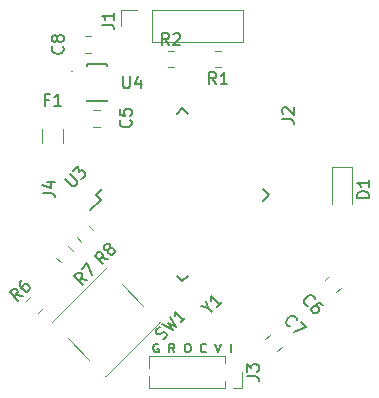
<source format=gbr>
%TF.GenerationSoftware,KiCad,Pcbnew,(5.1.6)-1*%
%TF.CreationDate,2020-09-15T00:55:32-05:00*%
%TF.ProjectId,nrg-control-box,6e72672d-636f-46e7-9472-6f6c2d626f78,B*%
%TF.SameCoordinates,Original*%
%TF.FileFunction,Legend,Top*%
%TF.FilePolarity,Positive*%
%FSLAX46Y46*%
G04 Gerber Fmt 4.6, Leading zero omitted, Abs format (unit mm)*
G04 Created by KiCad (PCBNEW (5.1.6)-1) date 2020-09-15 00:55:32*
%MOMM*%
%LPD*%
G01*
G04 APERTURE LIST*
%ADD10C,0.150000*%
%ADD11C,0.120000*%
%ADD12C,0.200000*%
%ADD13C,0.127000*%
G04 APERTURE END LIST*
D10*
X140725000Y-120625000D02*
X140653571Y-120589285D01*
X140546428Y-120589285D01*
X140439285Y-120625000D01*
X140367857Y-120696428D01*
X140332142Y-120767857D01*
X140296428Y-120910714D01*
X140296428Y-121017857D01*
X140332142Y-121160714D01*
X140367857Y-121232142D01*
X140439285Y-121303571D01*
X140546428Y-121339285D01*
X140617857Y-121339285D01*
X140725000Y-121303571D01*
X140760714Y-121267857D01*
X140760714Y-121017857D01*
X140617857Y-121017857D01*
X142082142Y-121339285D02*
X141832142Y-120982142D01*
X141653571Y-121339285D02*
X141653571Y-120589285D01*
X141939285Y-120589285D01*
X142010714Y-120625000D01*
X142046428Y-120660714D01*
X142082142Y-120732142D01*
X142082142Y-120839285D01*
X142046428Y-120910714D01*
X142010714Y-120946428D01*
X141939285Y-120982142D01*
X141653571Y-120982142D01*
X143117857Y-120589285D02*
X143260714Y-120589285D01*
X143332142Y-120625000D01*
X143403571Y-120696428D01*
X143439285Y-120839285D01*
X143439285Y-121089285D01*
X143403571Y-121232142D01*
X143332142Y-121303571D01*
X143260714Y-121339285D01*
X143117857Y-121339285D01*
X143046428Y-121303571D01*
X142975000Y-121232142D01*
X142939285Y-121089285D01*
X142939285Y-120839285D01*
X142975000Y-120696428D01*
X143046428Y-120625000D01*
X143117857Y-120589285D01*
X144760714Y-121267857D02*
X144725000Y-121303571D01*
X144617857Y-121339285D01*
X144546428Y-121339285D01*
X144439285Y-121303571D01*
X144367857Y-121232142D01*
X144332142Y-121160714D01*
X144296428Y-121017857D01*
X144296428Y-120910714D01*
X144332142Y-120767857D01*
X144367857Y-120696428D01*
X144439285Y-120625000D01*
X144546428Y-120589285D01*
X144617857Y-120589285D01*
X144725000Y-120625000D01*
X144760714Y-120660714D01*
X145546428Y-120589285D02*
X145796428Y-121339285D01*
X146046428Y-120589285D01*
X146867857Y-121339285D02*
X146867857Y-120589285D01*
D11*
%TO.C,C5*%
X135213748Y-102210000D02*
X135736252Y-102210000D01*
X135213748Y-100790000D02*
X135736252Y-100790000D01*
%TO.C,C6*%
X155792097Y-116211995D02*
X156161563Y-115842529D01*
X154788005Y-115207903D02*
X155157471Y-114838437D01*
%TO.C,C7*%
X149788005Y-120207903D02*
X150157471Y-119838437D01*
X150792097Y-121211995D02*
X151161563Y-120842529D01*
%TO.C,C8*%
X135036252Y-95960000D02*
X134513748Y-95960000D01*
X135036252Y-94540000D02*
X134513748Y-94540000D01*
%TO.C,F1*%
X130840000Y-102410436D02*
X130840000Y-103614564D01*
X132660000Y-102410436D02*
X132660000Y-103614564D01*
%TO.C,J3*%
X147760000Y-123000000D02*
X147760000Y-124330000D01*
X147760000Y-124330000D02*
X147000000Y-124330000D01*
X146365000Y-124330000D02*
X139955000Y-124330000D01*
X139955000Y-123307530D02*
X139955000Y-124330000D01*
X139955000Y-121670000D02*
X139955000Y-122692470D01*
X146365000Y-121670000D02*
X139955000Y-121670000D01*
X146365000Y-123760000D02*
X146365000Y-124330000D01*
X146365000Y-121670000D02*
X146365000Y-122240000D01*
%TO.C,R1*%
X146036252Y-97210000D02*
X145513748Y-97210000D01*
X146036252Y-95790000D02*
X145513748Y-95790000D01*
%TO.C,R2*%
X141513748Y-95790000D02*
X142036252Y-95790000D01*
X141513748Y-97210000D02*
X142036252Y-97210000D01*
%TO.C,R6*%
X129538005Y-116957903D02*
X129907471Y-116588437D01*
X130542097Y-117961995D02*
X130911563Y-117592529D01*
%TO.C,R7*%
X133461995Y-112707903D02*
X133092529Y-112338437D01*
X132457903Y-113711995D02*
X132088437Y-113342529D01*
%TO.C,R8*%
X133838437Y-111592529D02*
X134207903Y-111961995D01*
X134842529Y-110588437D02*
X135211995Y-110957903D01*
%TO.C,SW1*%
X136250000Y-114182090D02*
X131682090Y-118750000D01*
X139453194Y-117385284D02*
X137614716Y-115546806D01*
X140817910Y-118750000D02*
X136250000Y-123317910D01*
X134885284Y-121953194D02*
X133046806Y-120114716D01*
X140796697Y-118728787D02*
X140817910Y-118750000D01*
X136250000Y-114182090D02*
X136271213Y-114203303D01*
X131682090Y-118750000D02*
X131703303Y-118771213D01*
X136250000Y-123317910D02*
X136228787Y-123296697D01*
D10*
%TO.C,U3*%
X135838031Y-108406586D02*
X134936470Y-109308148D01*
X142750000Y-100681445D02*
X142272703Y-101158742D01*
X150068555Y-108000000D02*
X149591258Y-108477297D01*
X142750000Y-115318555D02*
X143227297Y-114841258D01*
X135431445Y-108000000D02*
X135908742Y-107522703D01*
X142750000Y-115318555D02*
X142272703Y-114841258D01*
X150068555Y-108000000D02*
X149591258Y-107522703D01*
X142750000Y-100681445D02*
X143227297Y-101158742D01*
X135431445Y-108000000D02*
X135838031Y-108406586D01*
D12*
%TO.C,U4*%
X133392812Y-97550000D02*
G75*
G03*
X133392812Y-97550000I-61812J0D01*
G01*
D13*
X134650000Y-96950000D02*
X134650000Y-97050000D01*
X136350000Y-96950000D02*
X136350000Y-97050000D01*
X136350000Y-100050000D02*
X136350000Y-99950000D01*
X134650000Y-100050000D02*
X134650000Y-99950000D01*
X136350000Y-100050000D02*
X134650000Y-100050000D01*
X136350000Y-96950000D02*
X134650000Y-96950000D01*
D11*
%TO.C,J1*%
X137570000Y-93700000D02*
X137570000Y-92370000D01*
X137570000Y-92370000D02*
X138900000Y-92370000D01*
X140170000Y-92370000D02*
X147850000Y-92370000D01*
X147850000Y-95030000D02*
X147850000Y-92370000D01*
X140170000Y-95030000D02*
X147850000Y-95030000D01*
X140170000Y-95030000D02*
X140170000Y-92370000D01*
%TO.C,D1*%
X157100000Y-105600000D02*
X155400000Y-105600000D01*
X155400000Y-105600000D02*
X155400000Y-108750000D01*
X157100000Y-105600000D02*
X157100000Y-108750000D01*
%TO.C,C5*%
D10*
X138357142Y-101666666D02*
X138404761Y-101714285D01*
X138452380Y-101857142D01*
X138452380Y-101952380D01*
X138404761Y-102095238D01*
X138309523Y-102190476D01*
X138214285Y-102238095D01*
X138023809Y-102285714D01*
X137880952Y-102285714D01*
X137690476Y-102238095D01*
X137595238Y-102190476D01*
X137500000Y-102095238D01*
X137452380Y-101952380D01*
X137452380Y-101857142D01*
X137500000Y-101714285D01*
X137547619Y-101666666D01*
X137452380Y-100761904D02*
X137452380Y-101238095D01*
X137928571Y-101285714D01*
X137880952Y-101238095D01*
X137833333Y-101142857D01*
X137833333Y-100904761D01*
X137880952Y-100809523D01*
X137928571Y-100761904D01*
X138023809Y-100714285D01*
X138261904Y-100714285D01*
X138357142Y-100761904D01*
X138404761Y-100809523D01*
X138452380Y-100904761D01*
X138452380Y-101142857D01*
X138404761Y-101238095D01*
X138357142Y-101285714D01*
%TO.C,C6*%
X153379610Y-117384687D02*
X153312267Y-117384687D01*
X153177580Y-117317343D01*
X153110236Y-117250000D01*
X153042893Y-117115312D01*
X153042893Y-116980625D01*
X153076564Y-116879610D01*
X153177580Y-116711251D01*
X153278595Y-116610236D01*
X153446954Y-116509221D01*
X153547969Y-116475549D01*
X153682656Y-116475549D01*
X153817343Y-116542893D01*
X153884687Y-116610236D01*
X153952030Y-116744923D01*
X153952030Y-116812267D01*
X154625465Y-117351015D02*
X154490778Y-117216328D01*
X154389763Y-117182656D01*
X154322419Y-117182656D01*
X154154061Y-117216328D01*
X153985702Y-117317343D01*
X153716328Y-117586717D01*
X153682656Y-117687732D01*
X153682656Y-117755076D01*
X153716328Y-117856091D01*
X153851015Y-117990778D01*
X153952030Y-118024450D01*
X154019374Y-118024450D01*
X154120389Y-117990778D01*
X154288748Y-117822419D01*
X154322419Y-117721404D01*
X154322419Y-117654061D01*
X154288748Y-117553045D01*
X154154061Y-117418358D01*
X154053045Y-117384687D01*
X153985702Y-117384687D01*
X153884687Y-117418358D01*
%TO.C,C7*%
X151879610Y-119134687D02*
X151812267Y-119134687D01*
X151677580Y-119067343D01*
X151610236Y-119000000D01*
X151542893Y-118865312D01*
X151542893Y-118730625D01*
X151576564Y-118629610D01*
X151677580Y-118461251D01*
X151778595Y-118360236D01*
X151946954Y-118259221D01*
X152047969Y-118225549D01*
X152182656Y-118225549D01*
X152317343Y-118292893D01*
X152384687Y-118360236D01*
X152452030Y-118494923D01*
X152452030Y-118562267D01*
X152755076Y-118730625D02*
X153226480Y-119202030D01*
X152216328Y-119606091D01*
%TO.C,C8*%
X132607142Y-95416666D02*
X132654761Y-95464285D01*
X132702380Y-95607142D01*
X132702380Y-95702380D01*
X132654761Y-95845238D01*
X132559523Y-95940476D01*
X132464285Y-95988095D01*
X132273809Y-96035714D01*
X132130952Y-96035714D01*
X131940476Y-95988095D01*
X131845238Y-95940476D01*
X131750000Y-95845238D01*
X131702380Y-95702380D01*
X131702380Y-95607142D01*
X131750000Y-95464285D01*
X131797619Y-95416666D01*
X132130952Y-94845238D02*
X132083333Y-94940476D01*
X132035714Y-94988095D01*
X131940476Y-95035714D01*
X131892857Y-95035714D01*
X131797619Y-94988095D01*
X131750000Y-94940476D01*
X131702380Y-94845238D01*
X131702380Y-94654761D01*
X131750000Y-94559523D01*
X131797619Y-94511904D01*
X131892857Y-94464285D01*
X131940476Y-94464285D01*
X132035714Y-94511904D01*
X132083333Y-94559523D01*
X132130952Y-94654761D01*
X132130952Y-94845238D01*
X132178571Y-94940476D01*
X132226190Y-94988095D01*
X132321428Y-95035714D01*
X132511904Y-95035714D01*
X132607142Y-94988095D01*
X132654761Y-94940476D01*
X132702380Y-94845238D01*
X132702380Y-94654761D01*
X132654761Y-94559523D01*
X132607142Y-94511904D01*
X132511904Y-94464285D01*
X132321428Y-94464285D01*
X132226190Y-94511904D01*
X132178571Y-94559523D01*
X132130952Y-94654761D01*
%TO.C,F1*%
X131416666Y-99928571D02*
X131083333Y-99928571D01*
X131083333Y-100452380D02*
X131083333Y-99452380D01*
X131559523Y-99452380D01*
X132464285Y-100452380D02*
X131892857Y-100452380D01*
X132178571Y-100452380D02*
X132178571Y-99452380D01*
X132083333Y-99595238D01*
X131988095Y-99690476D01*
X131892857Y-99738095D01*
%TO.C,J2*%
X151202380Y-101583333D02*
X151916666Y-101583333D01*
X152059523Y-101630952D01*
X152154761Y-101726190D01*
X152202380Y-101869047D01*
X152202380Y-101964285D01*
X151297619Y-101154761D02*
X151250000Y-101107142D01*
X151202380Y-101011904D01*
X151202380Y-100773809D01*
X151250000Y-100678571D01*
X151297619Y-100630952D01*
X151392857Y-100583333D01*
X151488095Y-100583333D01*
X151630952Y-100630952D01*
X152202380Y-101202380D01*
X152202380Y-100583333D01*
%TO.C,J3*%
X148202380Y-123333333D02*
X148916666Y-123333333D01*
X149059523Y-123380952D01*
X149154761Y-123476190D01*
X149202380Y-123619047D01*
X149202380Y-123714285D01*
X148202380Y-122952380D02*
X148202380Y-122333333D01*
X148583333Y-122666666D01*
X148583333Y-122523809D01*
X148630952Y-122428571D01*
X148678571Y-122380952D01*
X148773809Y-122333333D01*
X149011904Y-122333333D01*
X149107142Y-122380952D01*
X149154761Y-122428571D01*
X149202380Y-122523809D01*
X149202380Y-122809523D01*
X149154761Y-122904761D01*
X149107142Y-122952380D01*
%TO.C,J4*%
X130952380Y-107833333D02*
X131666666Y-107833333D01*
X131809523Y-107880952D01*
X131904761Y-107976190D01*
X131952380Y-108119047D01*
X131952380Y-108214285D01*
X131285714Y-106928571D02*
X131952380Y-106928571D01*
X130904761Y-107166666D02*
X131619047Y-107404761D01*
X131619047Y-106785714D01*
%TO.C,R1*%
X145608333Y-98602380D02*
X145275000Y-98126190D01*
X145036904Y-98602380D02*
X145036904Y-97602380D01*
X145417857Y-97602380D01*
X145513095Y-97650000D01*
X145560714Y-97697619D01*
X145608333Y-97792857D01*
X145608333Y-97935714D01*
X145560714Y-98030952D01*
X145513095Y-98078571D01*
X145417857Y-98126190D01*
X145036904Y-98126190D01*
X146560714Y-98602380D02*
X145989285Y-98602380D01*
X146275000Y-98602380D02*
X146275000Y-97602380D01*
X146179761Y-97745238D01*
X146084523Y-97840476D01*
X145989285Y-97888095D01*
%TO.C,R2*%
X141608333Y-95302380D02*
X141275000Y-94826190D01*
X141036904Y-95302380D02*
X141036904Y-94302380D01*
X141417857Y-94302380D01*
X141513095Y-94350000D01*
X141560714Y-94397619D01*
X141608333Y-94492857D01*
X141608333Y-94635714D01*
X141560714Y-94730952D01*
X141513095Y-94778571D01*
X141417857Y-94826190D01*
X141036904Y-94826190D01*
X141989285Y-94397619D02*
X142036904Y-94350000D01*
X142132142Y-94302380D01*
X142370238Y-94302380D01*
X142465476Y-94350000D01*
X142513095Y-94397619D01*
X142560714Y-94492857D01*
X142560714Y-94588095D01*
X142513095Y-94730952D01*
X141941666Y-95302380D01*
X142560714Y-95302380D01*
%TO.C,R6*%
X129260088Y-116546222D02*
X128687668Y-116445207D01*
X128856027Y-116950283D02*
X128148920Y-116243177D01*
X128418294Y-115973802D01*
X128519309Y-115940131D01*
X128586653Y-115940131D01*
X128687668Y-115973802D01*
X128788683Y-116074818D01*
X128822355Y-116175833D01*
X128822355Y-116243177D01*
X128788683Y-116344192D01*
X128519309Y-116613566D01*
X129159073Y-115233024D02*
X129024386Y-115367711D01*
X128990714Y-115468726D01*
X128990714Y-115536070D01*
X129024386Y-115704428D01*
X129125401Y-115872787D01*
X129394775Y-116142161D01*
X129495790Y-116175833D01*
X129563134Y-116175833D01*
X129664149Y-116142161D01*
X129798836Y-116007474D01*
X129832508Y-115906459D01*
X129832508Y-115839115D01*
X129798836Y-115738100D01*
X129630477Y-115569741D01*
X129529462Y-115536070D01*
X129462119Y-115536070D01*
X129361103Y-115569741D01*
X129226416Y-115704428D01*
X129192745Y-115805444D01*
X129192745Y-115872787D01*
X129226416Y-115973802D01*
%TO.C,R7*%
X134702030Y-115187732D02*
X134129610Y-115086717D01*
X134297969Y-115591793D02*
X133590862Y-114884687D01*
X133860236Y-114615312D01*
X133961251Y-114581641D01*
X134028595Y-114581641D01*
X134129610Y-114615312D01*
X134230625Y-114716328D01*
X134264297Y-114817343D01*
X134264297Y-114884687D01*
X134230625Y-114985702D01*
X133961251Y-115255076D01*
X134230625Y-114244923D02*
X134702030Y-113773519D01*
X135106091Y-114783671D01*
%TO.C,R8*%
X136452030Y-113437732D02*
X135879610Y-113336717D01*
X136047969Y-113841793D02*
X135340862Y-113134687D01*
X135610236Y-112865312D01*
X135711251Y-112831641D01*
X135778595Y-112831641D01*
X135879610Y-112865312D01*
X135980625Y-112966328D01*
X136014297Y-113067343D01*
X136014297Y-113134687D01*
X135980625Y-113235702D01*
X135711251Y-113505076D01*
X136452030Y-112629610D02*
X136351015Y-112663282D01*
X136283671Y-112663282D01*
X136182656Y-112629610D01*
X136148984Y-112595938D01*
X136115312Y-112494923D01*
X136115312Y-112427580D01*
X136148984Y-112326564D01*
X136283671Y-112191877D01*
X136384687Y-112158206D01*
X136452030Y-112158206D01*
X136553045Y-112191877D01*
X136586717Y-112225549D01*
X136620389Y-112326564D01*
X136620389Y-112393908D01*
X136586717Y-112494923D01*
X136452030Y-112629610D01*
X136418358Y-112730625D01*
X136418358Y-112797969D01*
X136452030Y-112898984D01*
X136586717Y-113033671D01*
X136687732Y-113067343D01*
X136755076Y-113067343D01*
X136856091Y-113033671D01*
X136990778Y-112898984D01*
X137024450Y-112797969D01*
X137024450Y-112730625D01*
X136990778Y-112629610D01*
X136856091Y-112494923D01*
X136755076Y-112461251D01*
X136687732Y-112461251D01*
X136586717Y-112494923D01*
%TO.C,SW1*%
X141093400Y-120229018D02*
X141228087Y-120161675D01*
X141396446Y-119993316D01*
X141430118Y-119892301D01*
X141430118Y-119824957D01*
X141396446Y-119723942D01*
X141329103Y-119656599D01*
X141228087Y-119622927D01*
X141160744Y-119622927D01*
X141059729Y-119656599D01*
X140891370Y-119757614D01*
X140790355Y-119791286D01*
X140723011Y-119791286D01*
X140621996Y-119757614D01*
X140554652Y-119690270D01*
X140520981Y-119589255D01*
X140520981Y-119521912D01*
X140554652Y-119420896D01*
X140723011Y-119252538D01*
X140857698Y-119185194D01*
X141059729Y-118915820D02*
X141935194Y-119454568D01*
X141564805Y-118814805D01*
X142204568Y-119185194D01*
X141665820Y-118309729D01*
X143012690Y-118377072D02*
X142608629Y-118781133D01*
X142810660Y-118579103D02*
X142103553Y-117871996D01*
X142137225Y-118040355D01*
X142137225Y-118175042D01*
X142103553Y-118276057D01*
%TO.C,U3*%
X132824026Y-106651522D02*
X133396446Y-107223942D01*
X133497461Y-107257614D01*
X133564805Y-107257614D01*
X133665820Y-107223942D01*
X133800507Y-107089255D01*
X133834179Y-106988240D01*
X133834179Y-106920896D01*
X133800507Y-106819881D01*
X133228087Y-106247461D01*
X133497461Y-105978087D02*
X133935194Y-105540355D01*
X133968866Y-106045431D01*
X134069881Y-105944416D01*
X134170896Y-105910744D01*
X134238240Y-105910744D01*
X134339255Y-105944416D01*
X134507614Y-106112774D01*
X134541286Y-106213790D01*
X134541286Y-106281133D01*
X134507614Y-106382148D01*
X134305583Y-106584179D01*
X134204568Y-106617851D01*
X134137225Y-106617851D01*
%TO.C,U4*%
X137738095Y-97952380D02*
X137738095Y-98761904D01*
X137785714Y-98857142D01*
X137833333Y-98904761D01*
X137928571Y-98952380D01*
X138119047Y-98952380D01*
X138214285Y-98904761D01*
X138261904Y-98857142D01*
X138309523Y-98761904D01*
X138309523Y-97952380D01*
X139214285Y-98285714D02*
X139214285Y-98952380D01*
X138976190Y-97904761D02*
X138738095Y-98619047D01*
X139357142Y-98619047D01*
%TO.C,Y1*%
X144896446Y-117569880D02*
X145233164Y-117906598D01*
X144290355Y-117435193D02*
X144896446Y-117569880D01*
X144761759Y-116963789D01*
X146074957Y-117064804D02*
X145670896Y-117468865D01*
X145872927Y-117266834D02*
X145165820Y-116559728D01*
X145199492Y-116728086D01*
X145199492Y-116862773D01*
X145165820Y-116963789D01*
%TO.C,J1*%
X135952380Y-93583333D02*
X136666666Y-93583333D01*
X136809523Y-93630952D01*
X136904761Y-93726190D01*
X136952380Y-93869047D01*
X136952380Y-93964285D01*
X136952380Y-92583333D02*
X136952380Y-93154761D01*
X136952380Y-92869047D02*
X135952380Y-92869047D01*
X136095238Y-92964285D01*
X136190476Y-93059523D01*
X136238095Y-93154761D01*
%TO.C,D1*%
X158552380Y-108238095D02*
X157552380Y-108238095D01*
X157552380Y-108000000D01*
X157600000Y-107857142D01*
X157695238Y-107761904D01*
X157790476Y-107714285D01*
X157980952Y-107666666D01*
X158123809Y-107666666D01*
X158314285Y-107714285D01*
X158409523Y-107761904D01*
X158504761Y-107857142D01*
X158552380Y-108000000D01*
X158552380Y-108238095D01*
X158552380Y-106714285D02*
X158552380Y-107285714D01*
X158552380Y-107000000D02*
X157552380Y-107000000D01*
X157695238Y-107095238D01*
X157790476Y-107190476D01*
X157838095Y-107285714D01*
%TD*%
M02*

</source>
